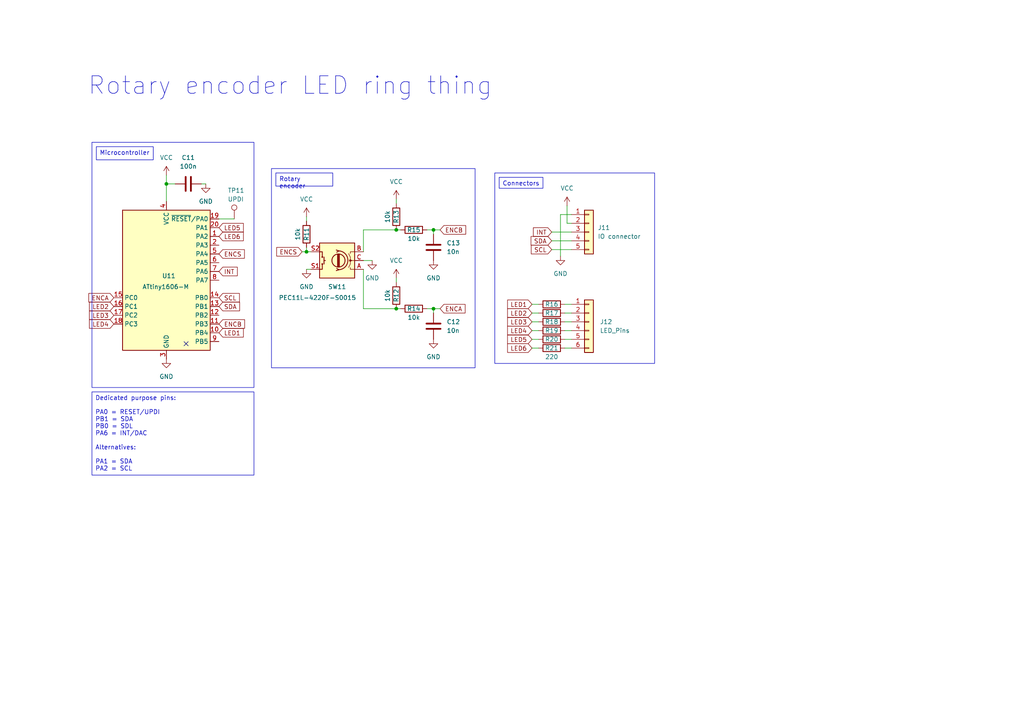
<source format=kicad_sch>
(kicad_sch (version 20230121) (generator eeschema)
  (paper "A4")
  (lib_symbols
    (symbol "Connector:TestPoint" (pin_numbers hide) (pin_names (offset 0.762) hide)
      (property "Reference" "TP" (at 0 6.858 0))
      (property "Value" "TestPoint" (at 0 5.08 0))
      (symbol "TestPoint_0_1"
        (circle (center 0 3.302) (radius 0.762))
      )
      (symbol "TestPoint_1_1"
        (pin passive line (at 0 0 90) (length 2.54) (name "1") (number "1"))
      )
    )
    (symbol "Connector_Generic:Conn_01x05" (pin_names (offset 1.016) hide)
      (property "Reference" "J" (at 0 7.62 0))
      (property "Value" "Conn_01x05" (at 0 -7.62 0))
      (symbol "Conn_01x05_1_1"
        (rectangle (start -1.27 -4.953) (end 0 -5.207) (stroke (width 0.1524)))
        (rectangle (start -1.27 -2.413) (end 0 -2.667) (stroke (width 0.1524)))
        (rectangle (start -1.27 0.127) (end 0 -0.127) (stroke (width 0.1524)))
        (rectangle (start -1.27 2.667) (end 0 2.413) (stroke (width 0.1524)))
        (rectangle (start -1.27 5.207) (end 0 4.953) (stroke (width 0.1524)))
        (rectangle (start -1.27 6.35) (end 1.27 -6.35) (stroke (width 0.254)) (fill (type background)))
        (pin passive line (at -5.08 5.08 0) (length 3.81) (name "Pin_1") (number "1"))
        (pin passive line (at -5.08 2.54 0) (length 3.81) (name "Pin_2") (number "2"))
        (pin passive line (at -5.08 0 0) (length 3.81) (name "Pin_3") (number "3"))
        (pin passive line (at -5.08 -2.54 0) (length 3.81) (name "Pin_4") (number "4"))
        (pin passive line (at -5.08 -5.08 0) (length 3.81) (name "Pin_5") (number "5"))
      )
    )
    (symbol "Connector_Generic:Conn_01x06" (pin_names (offset 1.016) hide)
      (property "Reference" "J" (at 0 7.62 0))
      (property "Value" "Conn_01x06" (at 0 -10.16 0))
      (symbol "Conn_01x06_1_1"
        (rectangle (start -1.27 -7.493) (end 0 -7.747) (stroke (width 0.1524)))
        (rectangle (start -1.27 -4.953) (end 0 -5.207) (stroke (width 0.1524)))
        (rectangle (start -1.27 -2.413) (end 0 -2.667) (stroke (width 0.1524)))
        (rectangle (start -1.27 0.127) (end 0 -0.127) (stroke (width 0.1524)))
        (rectangle (start -1.27 2.667) (end 0 2.413) (stroke (width 0.1524)))
        (rectangle (start -1.27 5.207) (end 0 4.953) (stroke (width 0.1524)))
        (rectangle (start -1.27 6.35) (end 1.27 -8.89) (stroke (width 0.254)) (fill (type background)))
        (pin passive line (at -5.08 5.08 0) (length 3.81) (name "Pin_1") (number "1"))
        (pin passive line (at -5.08 2.54 0) (length 3.81) (name "Pin_2") (number "2"))
        (pin passive line (at -5.08 0 0) (length 3.81) (name "Pin_3") (number "3"))
        (pin passive line (at -5.08 -2.54 0) (length 3.81) (name "Pin_4") (number "4"))
        (pin passive line (at -5.08 -5.08 0) (length 3.81) (name "Pin_5") (number "5"))
        (pin passive line (at -5.08 -7.62 0) (length 3.81) (name "Pin_6") (number "6"))
      )
    )
    (symbol "Device:C" (pin_numbers hide) (pin_names (offset 0.254))
      (property "Reference" "C" (at 0.635 2.54 0))
      (property "Value" "C" (at 0.635 -2.54 0))
      (symbol "C_0_1"
        (polyline (pts (xy -2.032 -0.762) (xy 2.032 -0.762)) (stroke (width 0.508)))
        (polyline (pts (xy -2.032 0.762) (xy 2.032 0.762)) (stroke (width 0.508)))
      )
      (symbol "C_1_1"
        (pin passive line (at 0 3.81 270) (length 2.794) (name "~") (number "1"))
        (pin passive line (at 0 -3.81 90) (length 2.794) (name "~") (number "2"))
      )
    )
    (symbol "Device:R" (pin_numbers hide) (pin_names (offset 0))
      (property "Reference" "R" (at 2.032 0 90))
      (property "Value" "R" (at 0 0 90))
      (symbol "R_0_1"
        (rectangle (start -1.016 -2.54) (end 1.016 2.54) (stroke (width 0.254)))
      )
      (symbol "R_1_1"
        (pin passive line (at 0 3.81 270) (length 1.27) (name "~") (number "1"))
        (pin passive line (at 0 -3.81 90) (length 1.27) (name "~") (number "2"))
      )
    )
    (symbol "Device:RotaryEncoder_Switch" (pin_names (offset 0.254) hide)
      (property "Reference" "SW" (at 0 6.604 0))
      (property "Value" "RotaryEncoder_Switch" (at 0 -6.604 0))
      (symbol "RotaryEncoder_Switch_0_1"
        (rectangle (start -5.08 5.08) (end 5.08 -5.08) (stroke (width 0.254)) (fill (type background)))
        (circle (center -3.81 0) (radius 0.254) (fill (type outline)))
        (circle (center -0.381 0) (radius 1.905) (stroke (width 0.254)))
        (arc (start -0.381 2.667) (mid -3.0988 -0.0635) (end -0.381 -2.794) (stroke (width 0.254)))
        (polyline (pts (xy -0.635 -1.778) (xy -0.635 1.778)) (stroke (width 0.254)))
        (polyline (pts (xy -0.381 -1.778) (xy -0.381 1.778)) (stroke (width 0.254)))
        (polyline (pts (xy -0.127 1.778) (xy -0.127 -1.778)) (stroke (width 0.254)))
        (polyline (pts (xy 3.81 0) (xy 3.429 0)) (stroke (width 0.254)))
        (polyline (pts (xy 3.81 1.016) (xy 3.81 -1.016)) (stroke (width 0.254)))
        (polyline (pts (xy -5.08 -2.54) (xy -3.81 -2.54) (xy -3.81 -2.032)))
        (polyline (pts (xy -5.08 2.54) (xy -3.81 2.54) (xy -3.81 2.032)))
        (polyline (pts (xy 0.254 -3.048) (xy -0.508 -2.794) (xy 0.127 -2.413)) (stroke (width 0.254)))
        (polyline (pts (xy 0.254 2.921) (xy -0.508 2.667) (xy 0.127 2.286)) (stroke (width 0.254)))
        (polyline (pts (xy 5.08 -2.54) (xy 4.318 -2.54) (xy 4.318 -1.016)) (stroke (width 0.254)))
        (polyline (pts (xy 5.08 2.54) (xy 4.318 2.54) (xy 4.318 1.016)) (stroke (width 0.254)))
        (polyline (pts (xy -5.08 0) (xy -3.81 0) (xy -3.81 -1.016) (xy -3.302 -2.032)))
        (polyline (pts (xy -4.318 0) (xy -3.81 0) (xy -3.81 1.016) (xy -3.302 2.032)))
        (circle (center 4.318 -1.016) (radius 0.127) (stroke (width 0.254)))
        (circle (center 4.318 1.016) (radius 0.127) (stroke (width 0.254)))
      )
      (symbol "RotaryEncoder_Switch_1_1"
        (pin passive line (at -7.62 2.54 0) (length 2.54) (name "A") (number "A"))
        (pin passive line (at -7.62 -2.54 0) (length 2.54) (name "B") (number "B"))
        (pin passive line (at -7.62 0 0) (length 2.54) (name "C") (number "C"))
        (pin passive line (at 7.62 2.54 180) (length 2.54) (name "S1") (number "S1"))
        (pin passive line (at 7.62 -2.54 180) (length 2.54) (name "S2") (number "S2"))
      )
    )
    (symbol "MCU_Microchip_ATtiny:ATtiny1606-M"
      (property "Reference" "U" (at -12.7 21.59 0))
      (property "Value" "ATtiny1606-M" (at 2.54 -21.59 0))
      (symbol "ATtiny1606-M_0_1"
        (rectangle (start -12.7 -20.32) (end 12.7 20.32) (stroke (width 0.254)) (fill (type background)))
      )
      (symbol "ATtiny1606-M_1_1"
        (pin bidirectional line (at 15.24 12.7 180) (length 2.54) (name "PA2") (number "1"))
        (pin bidirectional line (at 15.24 -15.24 180) (length 2.54) (name "PB4") (number "10"))
        (pin bidirectional line (at 15.24 -12.7 180) (length 2.54) (name "PB3") (number "11"))
        (pin bidirectional line (at 15.24 -10.16 180) (length 2.54) (name "PB2") (number "12"))
        (pin bidirectional line (at 15.24 -7.62 180) (length 2.54) (name "PB1") (number "13"))
        (pin bidirectional line (at 15.24 -5.08 180) (length 2.54) (name "PB0") (number "14"))
        (pin bidirectional line (at -15.24 -5.08 0) (length 2.54) (name "PC0") (number "15"))
        (pin bidirectional line (at -15.24 -7.62 0) (length 2.54) (name "PC1") (number "16"))
        (pin bidirectional line (at -15.24 -10.16 0) (length 2.54) (name "PC2") (number "17"))
        (pin bidirectional line (at -15.24 -12.7 0) (length 2.54) (name "PC3") (number "18"))
        (pin bidirectional line (at 15.24 17.78 180) (length 2.54) (name "~{RESET}/PA0") (number "19"))
        (pin bidirectional line (at 15.24 10.16 180) (length 2.54) (name "PA3") (number "2"))
        (pin bidirectional line (at 15.24 15.24 180) (length 2.54) (name "PA1") (number "20"))
        (pin passive line (at 0 -22.86 90) (length 2.54) hide (name "GND") (number "21"))
        (pin power_in line (at 0 -22.86 90) (length 2.54) (name "GND") (number "3"))
        (pin power_in line (at 0 22.86 270) (length 2.54) (name "VCC") (number "4"))
        (pin bidirectional line (at 15.24 7.62 180) (length 2.54) (name "PA4") (number "5"))
        (pin bidirectional line (at 15.24 5.08 180) (length 2.54) (name "PA5") (number "6"))
        (pin bidirectional line (at 15.24 2.54 180) (length 2.54) (name "PA6") (number "7"))
        (pin bidirectional line (at 15.24 0 180) (length 2.54) (name "PA7") (number "8"))
        (pin bidirectional line (at 15.24 -17.78 180) (length 2.54) (name "PB5") (number "9"))
      )
    )
    (symbol "power:GND" (power) (pin_names (offset 0))
      (property "Value" "GND" (at 0 -3.81 0))
      (symbol "GND_0_1"
        (polyline (pts (xy 0 0) (xy 0 -1.27) (xy 1.27 -1.27) (xy 0 -2.54) (xy -1.27 -1.27) (xy 0 -1.27)))
      )
      (symbol "GND_1_1"
        (pin power_in line (at 0 0 270) (length 0) hide (name "GND") (number "1"))
      )
    )
    (symbol "power:VCC" (power) (pin_names (offset 0))
      (property "Value" "VCC" (at 0 3.81 0))
      (symbol "VCC_0_1"
        (polyline (pts (xy -0.762 1.27) (xy 0 2.54)))
        (polyline (pts (xy 0 0) (xy 0 2.54)))
        (polyline (pts (xy 0 2.54) (xy 0.762 1.27)))
      )
      (symbol "VCC_1_1"
        (pin power_in line (at 0 0 90) (length 0) hide (name "VCC") (number "1"))
      )
    )
  )
  (junction (at 125.73 66.675))
  (junction (at 125.73 89.535))
  (junction (at 114.935 66.675))
  (junction (at 88.9 73.025))
  (junction (at 48.26 53.34))
  (junction (at 114.935 89.535))
  (no_connect (at 53.975 99.695))
  (wire (pts (xy 105.41 75.565) (xy 107.95 75.565)))
  (wire (pts (xy 87.63 73.025) (xy 88.9 73.025)))
  (wire (pts (xy 154.305 100.965) (xy 156.21 100.965)))
  (wire (pts (xy 105.41 66.675) (xy 114.935 66.675)))
  (wire (pts (xy 48.26 50.8) (xy 48.26 53.34)))
  (wire (pts (xy 63.5 63.5) (xy 67.945 63.5)))
  (wire (pts (xy 58.42 53.34) (xy 59.69 53.34)))
  (wire (pts (xy 163.83 95.885) (xy 165.735 95.885)))
  (wire (pts (xy 125.73 67.945) (xy 125.73 66.675)))
  (wire (pts (xy 163.83 90.805) (xy 165.735 90.805)))
  (wire (pts (xy 160.02 69.85) (xy 165.735 69.85)))
  (wire (pts (xy 90.17 78.105) (xy 88.9 78.105)))
  (wire (pts (xy 105.41 78.105) (xy 105.41 89.535)))
  (wire (pts (xy 114.935 80.645) (xy 114.935 81.915)))
  (wire (pts (xy 88.9 62.865) (xy 88.9 64.135)))
  (wire (pts (xy 154.305 95.885) (xy 156.21 95.885)))
  (wire (pts (xy 114.935 89.535) (xy 116.205 89.535)))
  (wire (pts (xy 163.83 93.345) (xy 165.735 93.345)))
  (wire (pts (xy 125.73 89.535) (xy 127.635 89.535)))
  (wire (pts (xy 163.83 98.425) (xy 165.735 98.425)))
  (wire (pts (xy 125.73 90.805) (xy 125.73 89.535)))
  (wire (pts (xy 154.305 90.805) (xy 156.21 90.805)))
  (wire (pts (xy 125.73 66.675) (xy 127.635 66.675)))
  (wire (pts (xy 48.26 53.34) (xy 48.26 58.42)))
  (wire (pts (xy 154.305 98.425) (xy 156.21 98.425)))
  (wire (pts (xy 114.935 66.675) (xy 116.205 66.675)))
  (wire (pts (xy 162.56 62.23) (xy 165.735 62.23)))
  (wire (pts (xy 164.465 59.69) (xy 164.465 64.77)))
  (wire (pts (xy 165.735 64.77) (xy 164.465 64.77)))
  (wire (pts (xy 123.825 89.535) (xy 125.73 89.535)))
  (wire (pts (xy 160.02 67.31) (xy 165.735 67.31)))
  (wire (pts (xy 105.41 89.535) (xy 114.935 89.535)))
  (wire (pts (xy 88.9 71.755) (xy 88.9 73.025)))
  (wire (pts (xy 163.83 100.965) (xy 165.735 100.965)))
  (wire (pts (xy 105.41 73.025) (xy 105.41 66.675)))
  (wire (pts (xy 48.26 53.34) (xy 50.8 53.34)))
  (wire (pts (xy 88.9 73.025) (xy 90.17 73.025)))
  (wire (pts (xy 154.305 93.345) (xy 156.21 93.345)))
  (wire (pts (xy 114.935 57.785) (xy 114.935 59.055)))
  (wire (pts (xy 162.56 62.23) (xy 162.56 74.295)))
  (wire (pts (xy 154.305 88.265) (xy 156.21 88.265)))
  (wire (pts (xy 160.02 72.39) (xy 165.735 72.39)))
  (wire (pts (xy 163.83 88.265) (xy 165.735 88.265)))
  (wire (pts (xy 123.825 66.675) (xy 125.73 66.675)))
  (rectangle (start 143.51 50.165) (end 189.865 105.41))
  (rectangle (start 26.67 41.275) (end 73.66 112.395))
  (rectangle (start 78.74 48.895) (end 137.795 106.68))
  (text_box "Microcontroller" (at 27.94 42.545 0) (size 16.51 3.81) (effects (font (size 1.27 1.27)) (justify left top)))
  (text_box "Dedicated purpose pins:\n\nPA0 = RESET/UPDI\nPB1 = SDA\nPB0 = SDL\nPA6 = INT/DAC\n\nAlternatives:\n\nPA1 = SDA\nPA2 = SCL" (at 26.67 113.665 0) (size 46.99 24.13) (effects (font (size 1.27 1.27)) (justify left top)))
  (text_box "Rotary encoder" (at 80.01 50.165 0) (size 16.51 3.81) (effects (font (size 1.27 1.27)) (justify left top)))
  (text_box "Connectors" (at 144.78 51.435 0) (size 12.7 3.175) (effects (font (size 1.27 1.27)) (justify left top)))
  (text "Rotary encoder LED ring thing" (at 25.4 27.94 0) (effects (font (size 5.08 5.08)) (justify left bottom)))
  (global_label "LED6" (shape input) (at 63.5 68.58 0) (property "Intersheetrefs" "${INTERSHEET_REFS}" (effects hide)))
  (global_label "SDA" (shape input) (at 63.5 88.9 0) (property "Intersheetrefs" "${INTERSHEET_REFS}" (effects hide)))
  (global_label "ENCB" (shape input) (at 127.635 66.675 0) (property "Intersheetrefs" "${INTERSHEET_REFS}" (effects hide)))
  (global_label "ENCA" (shape input) (at 127.635 89.535 0) (property "Intersheetrefs" "${INTERSHEET_REFS}" (effects hide)))
  (global_label "ENCS" (shape input) (at 87.63 73.025 180) (property "Intersheetrefs" "${INTERSHEET_REFS}" (effects hide)))
  (global_label "LED6" (shape input) (at 154.305 100.965 180) (property "Intersheetrefs" "${INTERSHEET_REFS}" (effects hide)))
  (global_label "SCL" (shape input) (at 160.02 72.39 180) (property "Intersheetrefs" "${INTERSHEET_REFS}" (effects hide)))
  (global_label "LED4" (shape input) (at 154.305 95.885 180) (property "Intersheetrefs" "${INTERSHEET_REFS}" (effects hide)))
  (global_label "ENCB" (shape input) (at 63.5 93.98 0) (property "Intersheetrefs" "${INTERSHEET_REFS}" (effects hide)))
  (global_label "ENCS" (shape input) (at 63.5 73.66 0) (property "Intersheetrefs" "${INTERSHEET_REFS}" (effects hide)))
  (global_label "INT" (shape input) (at 63.5 78.74 0) (property "Intersheetrefs" "${INTERSHEET_REFS}" (effects hide)))
  (global_label "INT" (shape input) (at 160.02 67.31 180) (property "Intersheetrefs" "${INTERSHEET_REFS}" (effects hide)))
  (global_label "LED1" (shape input) (at 63.5 96.52 0) (property "Intersheetrefs" "${INTERSHEET_REFS}" (effects hide)))
  (global_label "LED2" (shape input) (at 33.02 88.9 180) (property "Intersheetrefs" "${INTERSHEET_REFS}" (effects hide)))
  (global_label "LED2" (shape input) (at 154.305 90.805 180) (property "Intersheetrefs" "${INTERSHEET_REFS}" (effects hide)))
  (global_label "LED5" (shape input) (at 154.305 98.425 180) (property "Intersheetrefs" "${INTERSHEET_REFS}" (effects hide)))
  (global_label "SCL" (shape input) (at 63.5 86.36 0) (property "Intersheetrefs" "${INTERSHEET_REFS}" (effects hide)))
  (global_label "ENCA" (shape input) (at 33.02 86.36 180) (property "Intersheetrefs" "${INTERSHEET_REFS}" (effects hide)))
  (global_label "SDA" (shape input) (at 160.02 69.85 180) (property "Intersheetrefs" "${INTERSHEET_REFS}" (effects hide)))
  (global_label "LED3" (shape input) (at 33.02 91.44 180) (property "Intersheetrefs" "${INTERSHEET_REFS}" (effects hide)))
  (global_label "LED1" (shape input) (at 154.305 88.265 180) (property "Intersheetrefs" "${INTERSHEET_REFS}" (effects hide)))
  (global_label "LED3" (shape input) (at 154.305 93.345 180) (property "Intersheetrefs" "${INTERSHEET_REFS}" (effects hide)))
  (global_label "LED4" (shape input) (at 33.02 93.98 180) (property "Intersheetrefs" "${INTERSHEET_REFS}" (effects hide)))
  (global_label "LED5" (shape input) (at 63.5 66.04 0) (property "Intersheetrefs" "${INTERSHEET_REFS}" (effects hide)))
  (symbol (lib_id "Connector_Generic:Conn_01x06") (at 170.815 93.345 0) (unit 1)
    (property "Reference" "J12" (at 173.99 93.345 0) (effects (justify left)))
    (property "Value" "LED_Pins" (at 173.99 95.885 0) (effects (justify left)))
    (property "Footprint" "Project:Mounting_Hole_Pattern" (effects hide))
  )
  (symbol (lib_id "Device:R") (at 160.02 90.805 90) (unit 1)
    (property "Reference" "R17" (at 160.02 90.805 90))
    (property "Value" "220" (effects hide))
    (property "Footprint" "Resistor_SMD:R_0603_1608Metric" (effects hide))
  )
  (symbol (lib_id "power:GND") (at 48.26 104.14 0) (unit 1)
    (property "Reference" "#PWR012" (effects hide))
    (property "Value" "GND" (at 48.26 109.22 0))
  )
  (symbol (lib_id "power:VCC") (at 114.935 57.785 0) (unit 1)
    (property "Reference" "#PWR018" (effects hide))
    (property "Value" "VCC" (at 114.935 52.705 0))
  )
  (symbol (lib_id "Device:R") (at 114.935 85.725 0) (unit 1)
    (property "Reference" "R12" (at 114.935 85.725 90))
    (property "Value" "10k" (at 112.395 85.725 90))
    (property "Footprint" "Resistor_SMD:R_0603_1608Metric" (effects hide))
  )
  (symbol (lib_id "Device:R") (at 120.015 89.535 90) (unit 1)
    (property "Reference" "R14" (at 120.015 89.535 90))
    (property "Value" "10k" (at 120.015 92.075 90))
    (property "Footprint" "Resistor_SMD:R_0603_1608Metric" (effects hide))
  )
  (symbol (lib_id "power:GND") (at 88.9 78.105 0) (mirror y) (unit 1)
    (property "Reference" "#PWR015" (effects hide))
    (property "Value" "GND" (at 88.9 83.185 0))
  )
  (symbol (lib_id "Connector:TestPoint") (at 67.945 63.5 0) (unit 1)
    (property "Reference" "TP11" (at 66.04 55.245 0) (effects (justify left)))
    (property "Value" "UPDI" (at 66.04 57.785 0) (effects (justify left)))
    (property "Footprint" "TestPoint:TestPoint_Pad_D1.0mm" (effects hide))
  )
  (symbol (lib_id "power:GND") (at 125.73 98.425 0) (unit 1)
    (property "Reference" "#PWR019" (effects hide))
    (property "Value" "GND" (at 125.73 103.505 0))
  )
  (symbol (lib_id "Device:R") (at 160.02 98.425 90) (unit 1)
    (property "Reference" "R20" (at 160.02 98.425 90))
    (property "Value" "220" (effects hide))
    (property "Footprint" "Resistor_SMD:R_0603_1608Metric" (effects hide))
  )
  (symbol (lib_id "Device:R") (at 88.9 67.945 0) (unit 1)
    (property "Reference" "R11" (at 88.9 67.945 90))
    (property "Value" "10k" (at 86.36 67.945 90))
    (property "Footprint" "Resistor_SMD:R_0603_1608Metric" (effects hide))
  )
  (symbol (lib_id "Device:R") (at 160.02 100.965 90) (unit 1)
    (property "Reference" "R21" (at 160.02 100.965 90))
    (property "Value" "220" (at 160.02 103.505 90))
    (property "Footprint" "Resistor_SMD:R_0603_1608Metric" (effects hide))
  )
  (symbol (lib_id "power:GND") (at 162.56 74.295 0) (unit 1)
    (property "Reference" "#PWR022" (effects hide))
    (property "Value" "GND" (at 162.56 79.375 0))
  )
  (symbol (lib_id "Device:R") (at 160.02 93.345 90) (unit 1)
    (property "Reference" "R18" (at 160.02 93.345 90))
    (property "Value" "220" (effects hide))
    (property "Footprint" "Resistor_SMD:R_0603_1608Metric" (effects hide))
  )
  (symbol (lib_id "power:VCC") (at 88.9 62.865 0) (unit 1)
    (property "Reference" "#PWR014" (effects hide))
    (property "Value" "VCC" (at 88.9 57.785 0))
  )
  (symbol (lib_id "Device:R") (at 114.935 62.865 0) (unit 1)
    (property "Reference" "R13" (at 114.935 62.865 90))
    (property "Value" "10k" (at 112.395 62.865 90))
    (property "Footprint" "Resistor_SMD:R_0603_1608Metric" (effects hide))
  )
  (symbol (lib_id "Device:RotaryEncoder_Switch") (at 97.79 75.565 180) (unit 1)
    (property "Reference" "SW11" (at 97.79 83.185 0))
    (property "Value" "PEC11L-4220F-S0015" (at 92.075 86.36 0))
    (property "Footprint" "Rotary_Encoder:RotaryEncoder_Bourns_Vertical_PEC12R-3x17F-Sxxxx" (effects hide))
  )
  (symbol (lib_id "Device:C") (at 125.73 94.615 180) (unit 1)
    (property "Reference" "C12" (at 129.54 93.345 0) (effects (justify right)))
    (property "Value" "10n" (at 129.54 95.885 0) (effects (justify right)))
    (property "Footprint" "Capacitor_SMD:C_0603_1608Metric" (effects hide))
  )
  (symbol (lib_id "Device:R") (at 120.015 66.675 90) (unit 1)
    (property "Reference" "R15" (at 120.015 66.675 90))
    (property "Value" "10k" (at 120.015 69.215 90))
    (property "Footprint" "Resistor_SMD:R_0603_1608Metric" (effects hide))
  )
  (symbol (lib_id "Device:C") (at 125.73 71.755 180) (unit 1)
    (property "Reference" "C13" (at 129.54 70.485 0) (effects (justify right)))
    (property "Value" "10n" (at 129.54 73.025 0) (effects (justify right)))
    (property "Footprint" "Capacitor_SMD:C_0603_1608Metric" (effects hide))
  )
  (symbol (lib_id "power:GND") (at 59.69 53.34 0) (unit 1)
    (property "Reference" "#PWR013" (effects hide))
    (property "Value" "GND" (at 59.69 58.42 0))
  )
  (symbol (lib_id "power:GND") (at 125.73 75.565 0) (unit 1)
    (property "Reference" "#PWR020" (effects hide))
    (property "Value" "GND" (at 125.73 80.645 0))
  )
  (symbol (lib_id "power:VCC") (at 164.465 59.69 0) (unit 1)
    (property "Reference" "#PWR021" (effects hide))
    (property "Value" "VCC" (at 164.465 54.61 0))
  )
  (symbol (lib_id "power:GND") (at 107.95 75.565 0) (unit 1)
    (property "Reference" "#PWR016" (effects hide))
    (property "Value" "GND" (at 107.95 80.645 0))
  )
  (symbol (lib_id "Device:R") (at 160.02 95.885 90) (unit 1)
    (property "Reference" "R19" (at 160.02 95.885 90))
    (property "Value" "220" (effects hide))
    (property "Footprint" "Resistor_SMD:R_0603_1608Metric" (effects hide))
  )
  (symbol (lib_id "power:VCC") (at 114.935 80.645 0) (unit 1)
    (property "Reference" "#PWR017" (effects hide))
    (property "Value" "VCC" (at 114.935 75.565 0))
  )
  (symbol (lib_id "Connector_Generic:Conn_01x05") (at 170.815 67.31 0) (unit 1)
    (property "Reference" "J11" (at 173.355 66.04 0) (effects (justify left)))
    (property "Value" "IO connector" (at 173.355 68.58 0) (effects (justify left)))
    (property "Footprint" "Connector_PinHeader_2.54mm:PinHeader_1x05_P2.54mm_Vertical" (effects hide))
  )
  (symbol (lib_id "power:VCC") (at 48.26 50.8 0) (unit 1)
    (property "Reference" "#PWR011" (effects hide))
    (property "Value" "VCC" (at 48.26 45.72 0))
  )
  (symbol (lib_id "Device:C") (at 54.61 53.34 90) (unit 1)
    (property "Reference" "C11" (at 54.61 45.72 90))
    (property "Value" "100n" (at 54.61 48.26 90))
    (property "Footprint" "Capacitor_SMD:C_0603_1608Metric" (effects hide))
  )
  (symbol (lib_id "Device:R") (at 160.02 88.265 90) (unit 1)
    (property "Reference" "R16" (at 160.02 88.265 90))
    (property "Value" "220" (effects hide))
    (property "Footprint" "Resistor_SMD:R_0603_1608Metric" (effects hide))
  )
  (symbol (lib_id "MCU_Microchip_ATtiny:ATtiny1606-M") (at 48.26 81.28 0) (unit 1)
    (property "Reference" "U11" (at 46.99 80.01 0) (effects (justify left)))
    (property "Value" "ATtiny1606-M" (at 41.275 83.185 0) (effects (justify left)))
    (property "Footprint" "Package_DFN_QFN:VQFN-20-1EP_3x3mm_P0.4mm_EP1.7x1.7mm" (effects hide))
    (property "Datasheet" "http://ww1.microchip.com/downloads/en/DeviceDoc/ATtiny806_1606_Data_Sheet_40002029A.pdf" (effects hide))
    (property "LCSC" "pollo" (effects hide))
  )
)
</source>
